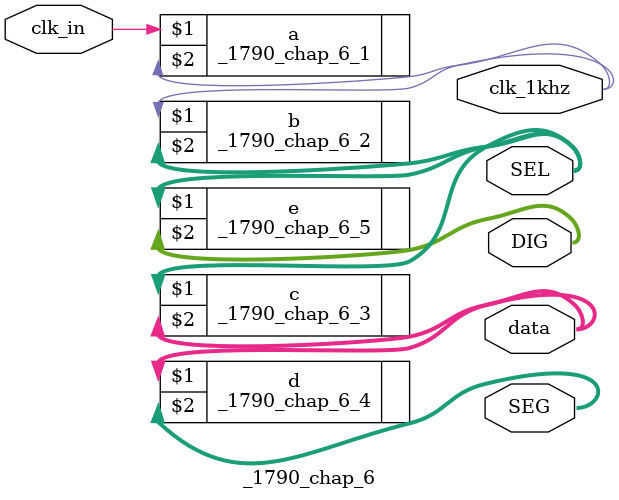
<source format=v>
module _1790_chap_6(clk_in,clk_1khz,DIG,SEL,data,SEG);
input clk_in;//系统信号
output clk_1khz;
output [1:0] SEL;
output [3:0] data;//存储后三位学号
output [7:0] DIG;//位选信号
output [6:0] SEG;//段选，哪一个数码管显示 SEG0-3
_1790_chap_6_1 a(clk_in,clk_1khz);
_1790_chap_6_2 b(clk_1khz,SEL);//计数器
_1790_chap_6_3 c(SEL,data);
_1790_chap_6_4 d(data,SEG);
_1790_chap_6_5 e(SEL,DIG);

endmodule
</source>
